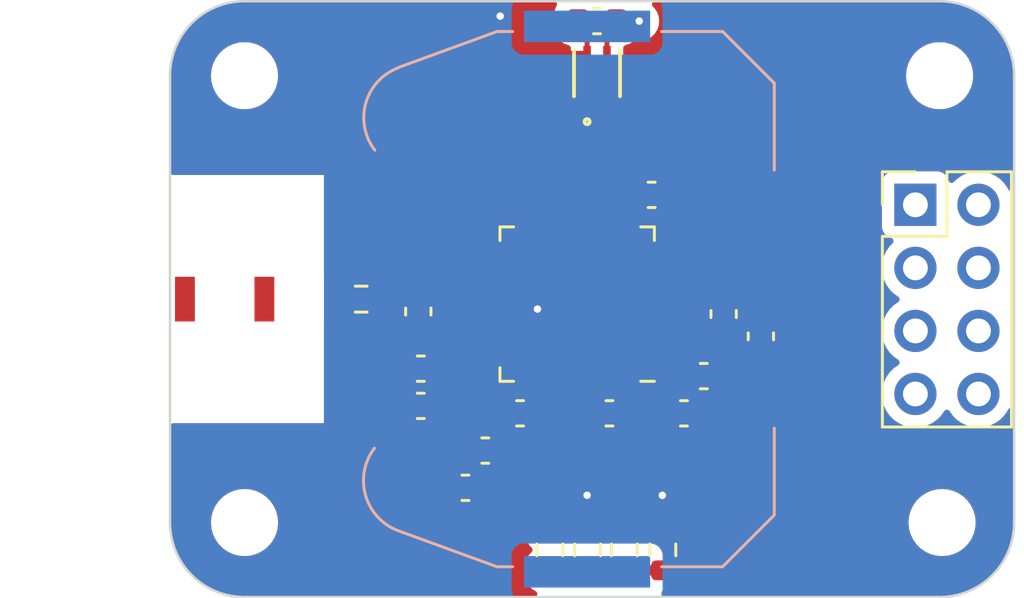
<source format=kicad_pcb>
(kicad_pcb (version 20221018) (generator pcbnew)
  (layers (0 "F.Cu" signal) (31 "B.Cu" signal) (34 "B.Paste" user) (35 "F.Paste" user) (36 "B.SilkS" user "B.Silkscreen") (37 "F.SilkS" user "F.Silkscreen") (38 "B.Mask" user) (39 "F.Mask" user) (44 "Edge.Cuts" user))
  (net 0 "")
  (net 1 "/RF")
  (net 2 "+3V3")
  (net 3 "GND")
  (net 4 "/XL1")
  (net 5 "/XL2")
  (net 6 "/DEC1")
  (net 7 "/DEC4")
  (net 8 "/DEC3")
  (net 9 "/DEC2")
  (net 10 "/XC1")
  (net 11 "/XC2")
  (net 12 "/ANT")
  (net 13 "/LED_RES1")
  (net 14 "/LED_RES2")
  (net 23 "/STATUS_LED1")
  (net 24 "/STATUS_LED2")
  (net 42 "/RESET")
  (net 43 "/SWDCLK")
  (net 44 "/SWDIO")
  (net 55 "/SDA")
  (net 56 "/SCL")
  (footprint "Capacitor_SMD:C_0603_1608Metric" (layer "F.Cu") (at 146.1 70.8 180)
    (fp_text reference "C9" hide)
    (fp_text value "N.C." hide)
    (fp_line (start -0.14058 -0.51) (end 0.14058 -0.51) (stroke (width 0.12)) (layer "F.SilkS"))
    (fp_line (start -0.14058 0.51) (end 0.14058 0.51) (stroke (width 0.12)) (layer "F.SilkS"))
    (pad "1" smd roundrect (at -0.775 0 180) (size 0.9 0.95) (layers "F.Cu" "F.Paste" "F.Mask") (net 9 "/DEC2"))
    (pad "2" smd roundrect (at 0.775 0 180) (size 0.9 0.95) (layers "F.Cu" "F.Paste" "F.Mask") (net 3 "GND"))
  )
  (footprint "Capacitor_SMD:C_0603_1608Metric" (layer "F.Cu") (at 157.5 71.1 180)
    (fp_text reference "C3" hide)
    (fp_text value "100n" hide)
    (fp_line (start -0.14058 -0.51) (end 0.14058 -0.51) (stroke (width 0.12)) (layer "F.SilkS"))
    (fp_line (start -0.14058 0.51) (end 0.14058 0.51) (stroke (width 0.12)) (layer "F.SilkS"))
    (pad "1" smd roundrect (at -0.775 0 180) (size 0.9 0.95) (layers "F.Cu" "F.Paste" "F.Mask") (net 3 "GND"))
    (pad "2" smd roundrect (at 0.775 0 180) (size 0.9 0.95) (layers "F.Cu" "F.Paste" "F.Mask") (net 6 "/DEC1"))
  )
  (footprint "MountingHole:MountingHole_2.2mm_M2" (layer "F.Cu") (at 167.1 77)
    (fp_text reference "H4" hide)
    (fp_text value "MountingHole" hide)
    (pad "" np_thru_hole circle locked (at 0 0) (size 2.2 2.2) (drill 2.2) (layers "*.Cu" "*.Mask"))
  )
  (footprint "MountingHole:MountingHole_2.2mm_M2" (layer "F.Cu") (at 139 77)
    (fp_text reference "H1" hide)
    (fp_text value "MountingHole" hide)
    (pad "" np_thru_hole circle locked (at 0 0) (size 2.2 2.2) (drill 2.2) (layers "*.Cu" "*.Mask"))
  )
  (footprint "Connector_PinHeader_2.54mm:PinHeader_2x04_P2.54mm_Vertical" (layer "F.Cu") (at 166.025 64.2)
    (fp_text reference "J1" hide)
    (fp_text value "Conn_02x04_Counter_Clockwise" hide)
    (fp_line (start -1.33 -1.33) (end 0 -1.33) (stroke (width 0.12)) (layer "F.SilkS"))
    (fp_line (start -1.33 0) (end -1.33 -1.33) (stroke (width 0.12)) (layer "F.SilkS"))
    (fp_line (start -1.33 1.27) (end -1.33 8.95) (stroke (width 0.12)) (layer "F.SilkS"))
    (fp_line (start -1.33 1.27) (end 1.27 1.27) (stroke (width 0.12)) (layer "F.SilkS"))
    (fp_line (start -1.33 8.95) (end 3.87 8.95) (stroke (width 0.12)) (layer "F.SilkS"))
    (fp_line (start 1.27 -1.33) (end 3.87 -1.33) (stroke (width 0.12)) (layer "F.SilkS"))
    (fp_line (start 1.27 1.27) (end 1.27 -1.33) (stroke (width 0.12)) (layer "F.SilkS"))
    (fp_line (start 3.87 -1.33) (end 3.87 8.95) (stroke (width 0.12)) (layer "F.SilkS"))
    (pad "1" thru_hole rect (at 0 0) (size 1.7 1.7) (drill 1) (layers "*.Cu" "*.Mask"))
    (pad "2" thru_hole oval (at 2.54 0) (size 1.7 1.7) (drill 1) (layers "*.Cu" "*.Mask"))
    (pad "3" thru_hole oval (at 0 2.54) (size 1.7 1.7) (drill 1) (layers "*.Cu" "*.Mask"))
    (pad "4" thru_hole oval (at 2.54 2.54) (size 1.7 1.7) (drill 1) (layers "*.Cu" "*.Mask"))
    (pad "5" thru_hole oval (at 0 5.08) (size 1.7 1.7) (drill 1) (layers "*.Cu" "*.Mask"))
    (pad "6" thru_hole oval (at 2.54 5.08) (size 1.7 1.7) (drill 1) (layers "*.Cu" "*.Mask"))
    (pad "7" thru_hole oval (at 0 7.62) (size 1.7 1.7) (drill 1) (layers "*.Cu" "*.Mask"))
    (pad "8" thru_hole oval (at 2.54 7.62) (size 1.7 1.7) (drill 1) (layers "*.Cu" "*.Mask"))
  )
  (footprint "encyclopedia_galactica:ECS-.327-12.5-12R-TR" (layer "F.Cu") (at 161.4 69.7 -90)
    (fp_text reference "Y1" hide)
    (fp_text value " ECS-.327-12.5-12R-TR " hide)
    (pad "1" smd rect (at -0.7 0 270) (size 0.6 1.1) (layers "F.Cu" "F.Paste" "F.Mask") (net 5 "/XL2"))
    (pad "2" smd rect (at 0.7 0 270) (size 0.6 1.1) (layers "F.Cu" "F.Paste" "F.Mask") (net 4 "/XL1"))
  )
  (footprint "encyclopedia_galactica:2108838-1" (layer "F.Cu") (at 135.7 68)
    (fp_text reference "2108838-1" hide)
    (fp_text value "~" hide)
    (pad "1" smd rect (at 4.1 0) (size 0.8 1.8) (layers "F.Cu" "F.Paste" "F.Mask") (net 1 "/RF"))
    (pad "2" smd rect (at 0.9 0) (size 0.8 1.8) (layers "F.Cu" "F.Paste" "F.Mask"))
    (zone (net 0) (net_name "") (layers "*.Cu") (connect_pads (clearance 0)) (min_thickness 0.25)
      (keepout (tracks allowed) (vias not_allowed) (pads allowed) (copperpour not_allowed) (footprints not_allowed))
      (fill (thermal_gap 0.5) (thermal_bridge_width 0.5))
      (polygon (pts (xy 129.2 63) (xy 129.2 73) (xy 142.2 73) (xy 142.2 63)))
    )
  )
  (footprint "MountingHole:MountingHole_2.2mm_M2" (layer "F.Cu") (at 139 59)
    (fp_text reference "H2" hide)
    (fp_text value "MountingHole" hide)
    (pad "" np_thru_hole circle locked (at 0 0) (size 2.2 2.2) (drill 2.2) (layers "*.Cu" "*.Mask"))
  )
  (footprint "Resistor_SMD:R_0603_1608Metric" (layer "F.Cu") (at 151.3 78.1 -90)
    (fp_text reference "R2" hide)
    (fp_text value "R" hide)
    (fp_line (start -0.237258 -0.5225) (end 0.237258 -0.5225) (stroke (width 0.12)) (layer "F.SilkS"))
    (fp_line (start -0.237258 0.5225) (end 0.237258 0.5225) (stroke (width 0.12)) (layer "F.SilkS"))
    (pad "1" smd roundrect (at -0.825 0 270) (size 0.8 0.95) (layers "F.Cu" "F.Paste" "F.Mask") (net 24 "/STATUS_LED2"))
    (pad "2" smd roundrect (at 0.825 0 270) (size 0.8 0.95) (layers "F.Cu" "F.Paste" "F.Mask") (net 14 "/LED_RES2"))
  )
  (footprint "Resistor_SMD:R_0603_1608Metric" (layer "F.Cu") (at 155.85 78.1 -90)
    (fp_text reference "D1" hide)
    (fp_text value "LED" hide)
    (fp_line (start -0.237258 -0.5225) (end 0.237258 -0.5225) (stroke (width 0.12)) (layer "F.SilkS"))
    (fp_line (start -0.237258 0.5225) (end 0.237258 0.5225) (stroke (width 0.12)) (layer "F.SilkS"))
    (pad "1" smd roundrect (at -0.825 0 270) (size 0.8 0.95) (layers "F.Cu" "F.Paste" "F.Mask") (net 3 "GND"))
    (pad "2" smd roundrect (at 0.825 0 270) (size 0.8 0.95) (layers "F.Cu" "F.Paste" "F.Mask") (net 13 "/LED_RES1"))
  )
  (footprint "Package_DFN_QFN:QFN-48-1EP_6x6mm_P0.4mm_EP4.6x4.6mm" (layer "F.Cu") (at 152.4 68.2 180)
    (fp_text reference "U1" hide)
    (fp_text value "NRF52810-QFAA-R7" hide)
    (fp_line (start -3.11 3.11) (end -3.11 2.56) (stroke (width 0.12)) (layer "F.SilkS"))
    (fp_line (start -2.56 -3.11) (end -3.11 -3.11) (stroke (width 0.12)) (layer "F.SilkS"))
    (fp_line (start -2.56 3.11) (end -3.11 3.11) (stroke (width 0.12)) (layer "F.SilkS"))
    (fp_line (start 2.56 -3.11) (end 3.11 -3.11) (stroke (width 0.12)) (layer "F.SilkS"))
    (fp_line (start 2.56 3.11) (end 3.11 3.11) (stroke (width 0.12)) (layer "F.SilkS"))
    (fp_line (start 3.11 -3.11) (end 3.11 -2.56) (stroke (width 0.12)) (layer "F.SilkS"))
    (fp_line (start 3.11 3.11) (end 3.11 2.56) (stroke (width 0.12)) (layer "F.SilkS"))
    (pad "1" smd roundrect (at -2.95 -2.2 180) (size 0.8 0.2) (layers "F.Cu" "F.Paste" "F.Mask") (net 6 "/DEC1"))
    (pad "2" smd roundrect (at -2.95 -1.8 180) (size 0.8 0.2) (layers "F.Cu" "F.Paste" "F.Mask") (net 4 "/XL1"))
    (pad "3" smd roundrect (at -2.95 -1.4 180) (size 0.8 0.2) (layers "F.Cu" "F.Paste" "F.Mask") (net 5 "/XL2"))
    (pad "4" smd roundrect (at -2.95 -1 180) (size 0.8 0.2) (layers "F.Cu" "F.Paste" "F.Mask"))
    (pad "5" smd roundrect (at -2.95 -0.6 180) (size 0.8 0.2) (layers "F.Cu" "F.Paste" "F.Mask"))
    (pad "6" smd roundrect (at -2.95 -0.2 180) (size 0.8 0.2) (layers "F.Cu" "F.Paste" "F.Mask"))
    (pad "7" smd roundrect (at -2.95 0.2 180) (size 0.8 0.2) (layers "F.Cu" "F.Paste" "F.Mask"))
    (pad "8" smd roundrect (at -2.95 0.6 180) (size 0.8 0.2) (layers "F.Cu" "F.Paste" "F.Mask"))
    (pad "9" smd roundrect (at -2.95 1 180) (size 0.8 0.2) (layers "F.Cu" "F.Paste" "F.Mask"))
    (pad "10" smd roundrect (at -2.95 1.4 180) (size 0.8 0.2) (layers "F.Cu" "F.Paste" "F.Mask"))
    (pad "11" smd roundrect (at -2.95 1.8 180) (size 0.8 0.2) (layers "F.Cu" "F.Paste" "F.Mask"))
    (pad "12" smd roundrect (at -2.95 2.2 180) (size 0.8 0.2) (layers "F.Cu" "F.Paste" "F.Mask"))
    (pad "13" smd roundrect (at -2.2 2.95 180) (size 0.2 0.8) (layers "F.Cu" "F.Paste" "F.Mask") (net 2 "+3V3"))
    (pad "14" smd roundrect (at -1.8 2.95 180) (size 0.2 0.8) (layers "F.Cu" "F.Paste" "F.Mask"))
    (pad "15" smd roundrect (at -1.4 2.95 180) (size 0.2 0.8) (layers "F.Cu" "F.Paste" "F.Mask"))
    (pad "16" smd roundrect (at -1 2.95 180) (size 0.2 0.8) (layers "F.Cu" "F.Paste" "F.Mask") (net 56 "/SCL"))
    (pad "17" smd roundrect (at -0.6 2.95 180) (size 0.2 0.8) (layers "F.Cu" "F.Paste" "F.Mask") (net 55 "/SDA"))
    (pad "18" smd roundrect (at -0.2 2.95 180) (size 0.2 0.8) (layers "F.Cu" "F.Paste" "F.Mask"))
    (pad "19" smd roundrect (at 0.2 2.95 180) (size 0.2 0.8) (layers "F.Cu" "F.Paste" "F.Mask"))
    (pad "20" smd roundrect (at 0.6 2.95 180) (size 0.2 0.8) (layers "F.Cu" "F.Paste" "F.Mask"))
    (pad "21" smd roundrect (at 1 2.95 180) (size 0.2 0.8) (layers "F.Cu" "F.Paste" "F.Mask"))
    (pad "22" smd roundrect (at 1.4 2.95 180) (size 0.2 0.8) (layers "F.Cu" "F.Paste" "F.Mask"))
    (pad "23" smd roundrect (at 1.8 2.95 180) (size 0.2 0.8) (layers "F.Cu" "F.Paste" "F.Mask"))
    (pad "24" smd roundrect (at 2.2 2.95 180) (size 0.2 0.8) (layers "F.Cu" "F.Paste" "F.Mask") (net 42 "/RESET"))
    (pad "25" smd roundrect (at 2.95 2.2 180) (size 0.8 0.2) (layers "F.Cu" "F.Paste" "F.Mask") (net 43 "/SWDCLK"))
    (pad "26" smd roundrect (at 2.95 1.8 180) (size 0.8 0.2) (layers "F.Cu" "F.Paste" "F.Mask") (net 44 "/SWDIO"))
    (pad "27" smd roundrect (at 2.95 1.4 180) (size 0.8 0.2) (layers "F.Cu" "F.Paste" "F.Mask"))
    (pad "28" smd roundrect (at 2.95 1 180) (size 0.8 0.2) (layers "F.Cu" "F.Paste" "F.Mask"))
    (pad "29" smd roundrect (at 2.95 0.6 180) (size 0.8 0.2) (layers "F.Cu" "F.Paste" "F.Mask"))
    (pad "30" smd roundrect (at 2.95 0.2 180) (size 0.8 0.2) (layers "F.Cu" "F.Paste" "F.Mask") (net 12 "/ANT"))
    (pad "31" smd roundrect (at 2.95 -0.2 180) (size 0.8 0.2) (layers "F.Cu" "F.Paste" "F.Mask") (net 3 "GND"))
    (pad "32" smd roundrect (at 2.95 -0.6 180) (size 0.8 0.2) (layers "F.Cu" "F.Paste" "F.Mask") (net 9 "/DEC2"))
    (pad "33" smd roundrect (at 2.95 -1 180) (size 0.8 0.2) (layers "F.Cu" "F.Paste" "F.Mask") (net 8 "/DEC3"))
    (pad "34" smd roundrect (at 2.95 -1.4 180) (size 0.8 0.2) (layers "F.Cu" "F.Paste" "F.Mask") (net 11 "/XC2"))
    (pad "35" smd roundrect (at 2.95 -1.8 180) (size 0.8 0.2) (layers "F.Cu" "F.Paste" "F.Mask") (net 10 "/XC1"))
    (pad "36" smd roundrect (at 2.95 -2.2 180) (size 0.8 0.2) (layers "F.Cu" "F.Paste" "F.Mask") (net 2 "+3V3"))
    (pad "37" smd roundrect (at 2.2 -2.95 180) (size 0.2 0.8) (layers "F.Cu" "F.Paste" "F.Mask"))
    (pad "38" smd roundrect (at 1.8 -2.95 180) (size 0.2 0.8) (layers "F.Cu" "F.Paste" "F.Mask"))
    (pad "39" smd roundrect (at 1.4 -2.95 180) (size 0.2 0.8) (layers "F.Cu" "F.Paste" "F.Mask"))
    (pad "40" smd roundrect (at 1 -2.95 180) (size 0.2 0.8) (layers "F.Cu" "F.Paste" "F.Mask"))
    (pad "41" smd roundrect (at 0.6 -2.95 180) (size 0.2 0.8) (layers "F.Cu" "F.Paste" "F.Mask") (net 24 "/STATUS_LED2"))
    (pad "42" smd roundrect (at 0.2 -2.95 180) (size 0.2 0.8) (layers "F.Cu" "F.Paste" "F.Mask") (net 23 "/STATUS_LED1"))
    (pad "43" smd roundrect (at -0.2 -2.95 180) (size 0.2 0.8) (layers "F.Cu" "F.Paste" "F.Mask"))
    (pad "44" smd roundrect (at -0.6 -2.95 180) (size 0.2 0.8) (layers "F.Cu" "F.Paste" "F.Mask"))
    (pad "45" smd roundrect (at -1 -2.95 180) (size 0.2 0.8) (layers "F.Cu" "F.Paste" "F.Mask") (net 3 "GND"))
    (pad "46" smd roundrect (at -1.4 -2.95 180) (size 0.2 0.8) (layers "F.Cu" "F.Paste" "F.Mask") (net 7 "/DEC4"))
    (pad "47" smd roundrect (at -1.8 -2.95 180) (size 0.2 0.8) (layers "F.Cu" "F.Paste" "F.Mask"))
    (pad "48" smd roundrect (at -2.2 -2.95 180) (size 0.2 0.8) (layers "F.Cu" "F.Paste" "F.Mask") (net 2 "+3V3"))
    (pad "49" smd rect (at 0 0 180) (size 4.6 4.6) (layers "F.Cu" "F.Mask") (net 3 "GND"))
  )
  (footprint "Capacitor_SMD:C_0603_1608Metric" (layer "F.Cu") (at 146.1 72.3 180)
    (fp_text reference "C8" hide)
    (fp_text value "100pF" hide)
    (fp_line (start -0.14058 -0.51) (end 0.14058 -0.51) (stroke (width 0.12)) (layer "F.SilkS"))
    (fp_line (start -0.14058 0.51) (end 0.14058 0.51) (stroke (width 0.12)) (layer "F.SilkS"))
    (pad "1" smd roundrect (at -0.775 0 180) (size 0.9 0.95) (layers "F.Cu" "F.Paste" "F.Mask") (net 8 "/DEC3"))
    (pad "2" smd roundrect (at 0.775 0 180) (size 0.9 0.95) (layers "F.Cu" "F.Paste" "F.Mask") (net 3 "GND"))
  )
  (footprint "Capacitor_SMD:C_0603_1608Metric" (layer "F.Cu") (at 156.7 72.6 180)
    (fp_text reference "C5" hide)
    (fp_text value "4u7" hide)
    (fp_line (start -0.14058 -0.51) (end 0.14058 -0.51) (stroke (width 0.12)) (layer "F.SilkS"))
    (fp_line (start -0.14058 0.51) (end 0.14058 0.51) (stroke (width 0.12)) (layer "F.SilkS"))
    (pad "1" smd roundrect (at -0.775 0 180) (size 0.9 0.95) (layers "F.Cu" "F.Paste" "F.Mask") (net 3 "GND"))
    (pad "2" smd roundrect (at 0.775 0 180) (size 0.9 0.95) (layers "F.Cu" "F.Paste" "F.Mask") (net 2 "+3V3"))
  )
  (footprint "Capacitor_SMD:C_0603_1608Metric" (layer "F.Cu") (at 148.7 74.1)
    (fp_text reference "C11" hide)
    (fp_text value "12pF" hide)
    (fp_line (start -0.14058 -0.51) (end 0.14058 -0.51) (stroke (width 0.12)) (layer "F.SilkS"))
    (fp_line (start -0.14058 0.51) (end 0.14058 0.51) (stroke (width 0.12)) (layer "F.SilkS"))
    (pad "1" smd roundrect (at -0.775 0) (size 0.9 0.95) (layers "F.Cu" "F.Paste" "F.Mask") (net 11 "/XC2"))
    (pad "2" smd roundrect (at 0.775 0) (size 0.9 0.95) (layers "F.Cu" "F.Paste" "F.Mask") (net 3 "GND"))
  )
  (footprint "Resistor_SMD:R_0603_1608Metric" (layer "F.Cu") (at 154.3 78.1 -90)
    (fp_text reference "R1" hide)
    (fp_text value "R" hide)
    (fp_line (start -0.237258 -0.5225) (end 0.237258 -0.5225) (stroke (width 0.12)) (layer "F.SilkS"))
    (fp_line (start -0.237258 0.5225) (end 0.237258 0.5225) (stroke (width 0.12)) (layer "F.SilkS"))
    (pad "1" smd roundrect (at -0.825 0 270) (size 0.8 0.95) (layers "F.Cu" "F.Paste" "F.Mask") (net 23 "/STATUS_LED1"))
    (pad "2" smd roundrect (at 0.825 0 270) (size 0.8 0.95) (layers "F.Cu" "F.Paste" "F.Mask") (net 13 "/LED_RES1"))
  )
  (footprint "MountingHole:MountingHole_2.2mm_M2" (layer "F.Cu") (at 167 59)
    (fp_text reference "H3" hide)
    (fp_text value "MountingHole" hide)
    (pad "" np_thru_hole circle locked (at 0 0) (size 2.2 2.2) (drill 2.2) (layers "*.Cu" "*.Mask"))
  )
  (footprint "Resistor_SMD:R_0603_1608Metric" (layer "F.Cu") (at 143.7 68 180)
    (fp_text reference "L1" hide)
    (fp_text value "3.9nH" hide)
    (fp_line (start -0.237258 -0.5225) (end 0.237258 -0.5225) (stroke (width 0.12)) (layer "F.SilkS"))
    (fp_line (start -0.237258 0.5225) (end 0.237258 0.5225) (stroke (width 0.12)) (layer "F.SilkS"))
    (pad "1" smd roundrect (at -0.825 0 180) (size 0.8 0.95) (layers "F.Cu" "F.Paste" "F.Mask") (net 12 "/ANT"))
    (pad "2" smd roundrect (at 0.825 0 180) (size 0.8 0.95) (layers "F.Cu" "F.Paste" "F.Mask") (net 1 "/RF"))
  )
  (footprint "Capacitor_SMD:C_0603_1608Metric" (layer "F.Cu") (at 150.1 72.6 180)
    (fp_text reference "C7" hide)
    (fp_text value "100n" hide)
    (fp_line (start -0.14058 -0.51) (end 0.14058 -0.51) (stroke (width 0.12)) (layer "F.SilkS"))
    (fp_line (start -0.14058 0.51) (end 0.14058 0.51) (stroke (width 0.12)) (layer "F.SilkS"))
    (pad "1" smd roundrect (at -0.775 0 180) (size 0.9 0.95) (layers "F.Cu" "F.Paste" "F.Mask") (net 3 "GND"))
    (pad "2" smd roundrect (at 0.775 0 180) (size 0.9 0.95) (layers "F.Cu" "F.Paste" "F.Mask") (net 2 "+3V3"))
  )
  (footprint "Capacitor_SMD:C_0603_1608Metric" (layer "F.Cu") (at 153.2 56.8 180)
    (fp_text reference "C13" hide)
    (fp_text value "100n" hide)
    (fp_line (start -0.14058 -0.51) (end 0.14058 -0.51) (stroke (width 0.12)) (layer "F.SilkS"))
    (fp_line (start -0.14058 0.51) (end 0.14058 0.51) (stroke (width 0.12)) (layer "F.SilkS"))
    (pad "1" smd roundrect (at -0.775 0 180) (size 0.9 0.95) (layers "F.Cu" "F.Paste" "F.Mask") (net 2 "+3V3"))
    (pad "2" smd roundrect (at 0.775 0 180) (size 0.9 0.95) (layers "F.Cu" "F.Paste" "F.Mask") (net 3 "GND"))
  )
  (footprint "Capacitor_SMD:C_0603_1608Metric" (layer "F.Cu") (at 158.3 68.6 90)
    (fp_text reference "C2" hide)
    (fp_text value "12pF" hide)
    (fp_line (start -0.14058 -0.51) (end 0.14058 -0.51) (stroke (width 0.12)) (layer "F.SilkS"))
    (fp_line (start -0.14058 0.51) (end 0.14058 0.51) (stroke (width 0.12)) (layer "F.SilkS"))
    (pad "1" smd roundrect (at -0.775 0 90) (size 0.9 0.95) (layers "F.Cu" "F.Paste" "F.Mask") (net 5 "/XL2"))
    (pad "2" smd roundrect (at 0.775 0 90) (size 0.9 0.95) (layers "F.Cu" "F.Paste" "F.Mask") (net 3 "GND"))
  )
  (footprint "Capacitor_SMD:C_0603_1608Metric" (layer "F.Cu") (at 155.4 63.8 180)
    (fp_text reference "C4" hide)
    (fp_text value "100n" hide)
    (fp_line (start -0.14058 -0.51) (end 0.14058 -0.51) (stroke (width 0.12)) (layer "F.SilkS"))
    (fp_line (start -0.14058 0.51) (end 0.14058 0.51) (stroke (width 0.12)) (layer "F.SilkS"))
    (pad "1" smd roundrect (at -0.775 0 180) (size 0.9 0.95) (layers "F.Cu" "F.Paste" "F.Mask") (net 3 "GND"))
    (pad "2" smd roundrect (at 0.775 0 180) (size 0.9 0.95) (layers "F.Cu" "F.Paste" "F.Mask") (net 2 "+3V3"))
  )
  (footprint "encyclopedia_galactica:DFN4_SHT41_SEN" (layer "F.Cu") (at 153.2 58.9 90)
    (fp_text reference "U2" hide)
    (fp_text value "SHT41-AD1B-R2" hide)
    (fp_line (start -0.9271 0.9271) (end 0.9271 0.9271) (stroke (width 0.1524)) (layer "F.SilkS"))
    (fp_line (start 0.9271 -0.9271) (end -0.9271 -0.9271) (stroke (width 0.1524)) (layer "F.SilkS"))
    (fp_circle (center -1.950999 -0.40005) (end -1.849399 -0.40005) (stroke (width 0.1524)) (fill none) (layer "F.SilkS"))
    (pad "1" smd rect (at -0.7469 -0.40005 90) (size 0.706399 0.3056) (layers "F.Cu" "F.Paste" "F.Mask") (net 55 "/SDA"))
    (pad "2" smd rect (at -0.7469 0.40005 90) (size 0.706399 0.3056) (layers "F.Cu" "F.Paste" "F.Mask") (net 56 "/SCL"))
    (pad "3" smd rect (at 0.7469 0.40005 90) (size 0.706399 0.3056) (layers "F.Cu" "F.Paste" "F.Mask") (net 2 "+3V3"))
    (pad "4" smd rect (at 0.7469 -0.40005 90) (size 0.706399 0.3056) (layers "F.Cu" "F.Paste" "F.Mask") (net 3 "GND"))
  )
  (footprint "Capacitor_SMD:C_0603_1608Metric" (layer "F.Cu") (at 159.8 69.5 90)
    (fp_text reference "C1" hide)
    (fp_text value "12pF" hide)
    (fp_line (start -0.14058 -0.51) (end 0.14058 -0.51) (stroke (width 0.12)) (layer "F.SilkS"))
    (fp_line (start -0.14058 0.51) (end 0.14058 0.51) (stroke (width 0.12)) (layer "F.SilkS"))
    (pad "1" smd roundrect (at -0.775 0 90) (size 0.9 0.95) (layers "F.Cu" "F.Paste" "F.Mask") (net 4 "/XL1"))
    (pad "2" smd roundrect (at 0.775 0 90) (size 0.9 0.95) (layers "F.Cu" "F.Paste" "F.Mask") (net 3 "GND"))
  )
  (footprint "encyclopedia_galactica:ABM11W-30.0000MHZ-7-D1X-T3" (layer "F.Cu") (at 147.8625 77.5)
    (fp_text reference "Y2" hide)
    (fp_text value "ABM11W-32.0000MHZ-7-D1X-T3 " hide)
    (pad "1" smd rect (at -0.637 -0.487 90) (size 0.775 0.875) (layers "F.Cu" "F.Paste" "F.Mask") (net 3 "GND"))
    (pad "2" smd rect (at 0.637 -0.487 90) (size 0.775 0.875) (layers "F.Cu" "F.Paste" "F.Mask") (net 10 "/XC1"))
    (pad "3" smd rect (at -0.637 0.487 90) (size 0.775 0.875) (layers "F.Cu" "F.Paste" "F.Mask") (net 11 "/XC2"))
    (pad "4" smd rect (at 0.637 0.487 90) (size 0.775 0.875) (layers "F.Cu" "F.Paste" "F.Mask") (net 3 "GND"))
  )
  (footprint "Capacitor_SMD:C_0603_1608Metric" (layer "F.Cu") (at 146 68.5 90)
    (fp_text reference "C12" hide)
    (fp_text value "0.8pF" hide)
    (fp_line (start -0.14058 -0.51) (end 0.14058 -0.51) (stroke (width 0.12)) (layer "F.SilkS"))
    (fp_line (start -0.14058 0.51) (end 0.14058 0.51) (stroke (width 0.12)) (layer "F.SilkS"))
    (pad "1" smd roundrect (at -0.775 0 90) (size 0.9 0.95) (layers "F.Cu" "F.Paste" "F.Mask") (net 3 "GND"))
    (pad "2" smd roundrect (at 0.775 0 90) (size 0.9 0.95) (layers "F.Cu" "F.Paste" "F.Mask") (net 12 "/ANT"))
  )
  (footprint "Capacitor_SMD:C_0603_1608Metric" (layer "F.Cu") (at 153.7 72.6 180)
    (fp_text reference "C6" hide)
    (fp_text value "1u" hide)
    (fp_line (start -0.14058 -0.51) (end 0.14058 -0.51) (stroke (width 0.12)) (layer "F.SilkS"))
    (fp_line (start -0.14058 0.51) (end 0.14058 0.51) (stroke (width 0.12)) (layer "F.SilkS"))
    (pad "1" smd roundrect (at -0.775 0 180) (size 0.9 0.95) (layers "F.Cu" "F.Paste" "F.Mask") (net 7 "/DEC4"))
    (pad "2" smd roundrect (at 0.775 0 180) (size 0.9 0.95) (layers "F.Cu" "F.Paste" "F.Mask") (net 3 "GND"))
  )
  (footprint "Resistor_SMD:R_0603_1608Metric" (layer "F.Cu") (at 152.82 78.1 -90)
    (fp_text reference "D2" hide)
    (fp_text value "LED" hide)
    (fp_line (start -0.237258 -0.5225) (end 0.237258 -0.5225) (stroke (width 0.12)) (layer "F.SilkS"))
    (fp_line (start -0.237258 0.5225) (end 0.237258 0.5225) (stroke (width 0.12)) (layer "F.SilkS"))
    (pad "1" smd roundrect (at -0.825 0 270) (size 0.8 0.95) (layers "F.Cu" "F.Paste" "F.Mask") (net 3 "GND"))
    (pad "2" smd roundrect (at 0.825 0 270) (size 0.8 0.95) (layers "F.Cu" "F.Paste" "F.Mask") (net 14 "/LED_RES2"))
  )
  (footprint "Capacitor_SMD:C_0603_1608Metric" (layer "F.Cu") (at 147.9 75.6 180)
    (fp_text reference "C10" hide)
    (fp_text value "12pF" hide)
    (fp_line (start -0.14058 -0.51) (end 0.14058 -0.51) (stroke (width 0.12)) (layer "F.SilkS"))
    (fp_line (start -0.14058 0.51) (end 0.14058 0.51) (stroke (width 0.12)) (layer "F.SilkS"))
    (pad "1" smd roundrect (at -0.775 0 180) (size 0.9 0.95) (layers "F.Cu" "F.Paste" "F.Mask") (net 10 "/XC1"))
    (pad "2" smd roundrect (at 0.775 0 180) (size 0.9 0.95) (layers "F.Cu" "F.Paste" "F.Mask") (net 3 "GND"))
  )
  (footprint "Battery:BatteryHolder_Keystone_3034_1x20mm" (layer "B.Cu") (at 152.8 68 90)
    (fp_text reference "BT1" hide)
    (fp_text value "Battery_Cell" hide)
    (fp_line (start -10.78 -3.63) (end -9.34 -7.58) (stroke (width 0.12)) (layer "B.SilkS"))
    (fp_line (start -10.78 -3) (end -10.78 -3.63) (stroke (width 0.12)) (layer "B.SilkS"))
    (fp_line (start -10.78 5.46) (end -10.78 3) (stroke (width 0.12)) (layer "B.SilkS"))
    (fp_line (start -8.7 7.54) (end -10.78 5.46) (stroke (width 0.12)) (layer "B.SilkS"))
    (fp_line (start -5.2 7.54) (end -8.7 7.54) (stroke (width 0.12)) (layer "B.SilkS"))
    (fp_line (start 8.7 7.54) (end 5.2 7.54) (stroke (width 0.12)) (layer "B.SilkS"))
    (fp_line (start 8.7 7.54) (end 10.78 5.46) (stroke (width 0.12)) (layer "B.SilkS"))
    (fp_line (start 10.78 -3.63) (end 9.34 -7.58) (stroke (width 0.12)) (layer "B.SilkS"))
    (fp_line (start 10.78 -3) (end 10.78 -3.63) (stroke (width 0.12)) (layer "B.SilkS"))
    (fp_line (start 10.78 5.46) (end 10.78 3) (stroke (width 0.12)) (layer "B.SilkS"))
    (fp_arc (start -9.34 -7.58) (mid -7.921654 -8.918738) (end -6.003354 -8.56653) (stroke (width 0.12)) (layer "B.SilkS"))
    (fp_arc (start 6 -8.55) (mid 7.90634 -8.911669) (end 9.325243 -7.588169) (stroke (width 0.12)) (layer "B.SilkS"))
    (pad "1" smd rect (at -10.985 0 90) (size 1.27 5.08) (layers "B.Cu" "B.Paste" "B.Mask") (net 2 "+3V3"))
    (pad "1" smd rect (at 10.985 0 90) (size 1.27 5.08) (layers "B.Cu" "B.Paste" "B.Mask") (net 2 "+3V3"))
    (pad "2" smd circle (at 0 0 90) (size 17.8 17.8) (layers "B.Cu" "B.Mask") (net 3 "GND"))
  )
  (gr_line locked (start 167 80) (end 139 80) (stroke (width 0.1)) (layer "Edge.Cuts"))
  (gr_line locked (start 170 59) (end 170 77) (stroke (width 0.1)) (layer "Edge.Cuts"))
  (gr_arc locked (start 138.999999 80.000001) (mid 136.878679 79.121321) (end 135.999999 77.000001) (stroke (width 0.1)) (layer "Edge.Cuts"))
  (gr_arc locked (start 167 56) (mid 169.12132 56.87868) (end 170 59) (stroke (width 0.1)) (layer "Edge.Cuts"))
  (gr_arc locked (start 135.999999 58.999999) (mid 136.878679 56.878679) (end 138.999999 55.999999) (stroke (width 0.1)) (layer "Edge.Cuts"))
  (gr_line locked (start 139 56) (end 167 56) (stroke (width 0.1)) (layer "Edge.Cuts"))
  (gr_arc locked (start 170.000001 77.000001) (mid 169.121321 79.121321) (end 167.000001 80.000001) (stroke (width 0.1)) (layer "Edge.Cuts"))
  (gr_line locked (start 136 77) (end 136 59) (stroke (width 0.1)) (layer "Edge.Cuts"))
  (segment (start 149.325 72.6) (end 149.325 70.525) (width 0.4) (layer "F.Cu") (net 2))
  (segment (start 154.625 63.8) (end 154.627 63.802) (width 0.4) (layer "F.Cu") (net 2))
  (segment (start 149.423 70.427) (end 149.45 70.427) (width 0.4) (layer "F.Cu") (net 2))
  (segment (start 154.627 71.123) (end 154.627 71.15) (width 0.4) (layer "F.Cu") (net 2))
  (segment (start 155.323 71.123) (end 154.627 71.123) (width 0.4) (layer "F.Cu") (net 2))
  (segment (start 153.975 56.8) (end 154.9 56.8) (width 0.2) (layer "F.Cu") (net 2))
  (segment (start 154.627 63.802) (end 154.627 65.25) (width 0.4) (layer "F.Cu") (net 2))
  (segment (start 155.925 71.725) (end 155.323 71.123) (width 0.4) (layer "F.Cu") (net 2))
  (segment (start 149.325 70.525) (end 149.423 70.427) (width 0.4) (layer "F.Cu") (net 2))
  (segment (start 155.925 72.6) (end 155.925 71.725) (width 0.4) (layer "F.Cu") (net 2))
  (segment (start 153.60005 58.1531) (end 153.60005 57.17495) (width 0.2) (layer "F.Cu") (net 2))
  (segment (start 153.60005 57.17495) (end 153.975 56.8) (width 0.2) (layer "F.Cu") (net 2))
  (via (at 154.9 56.8) (size 0.6) (drill 0.3) (layers "F.Cu" "B.Cu") (net 2))
  (segment (start 155.85 75.9225) (end 155.83 75.9025) (width 0.2) (layer "F.Cu") (net 3))
  (segment (start 149.5 56.8) (end 149.3 56.6) (width 0.2) (layer "F.Cu") (net 3))
  (segment (start 153.4 71.15) (end 153.4 72.125) (width 0.2) (layer "F.Cu") (net 3))
  (segment (start 149.45 68.4) (end 146.875 68.4) (width 0.25) (layer "F.Cu") (net 3))
  (segment (start 149.45 68.4) (end 150.8 68.4) (width 0.25) (layer "F.Cu") (net 3))
  (segment (start 152.79995 57.17495) (end 152.425 56.8) (width 0.2) (layer "F.Cu") (net 3))
  (segment (start 153.4 72.125) (end 152.925 72.6) (width 0.2) (layer "F.Cu") (net 3))
  (segment (start 152.82 77.275) (end 152.82 75.92) (width 0.2) (layer "F.Cu") (net 3))
  (segment (start 155.85 77.2775) (end 155.85 75.9225) (width 0.2) (layer "F.Cu") (net 3))
  (segment (start 152.82 75.92) (end 152.8 75.9) (width 0.2) (layer "F.Cu") (net 3))
  (segment (start 152.425 56.8) (end 149.5 56.8) (width 0.2) (layer "F.Cu") (net 3))
  (segment (start 152.79995 58.1531) (end 152.79995 57.17495) (width 0.2) (layer "F.Cu") (net 3))
  (segment (start 146.875 68.4) (end 146 69.275) (width 0.25) (layer "F.Cu") (net 3))
  (via (at 152.8 75.9) (size 0.6) (drill 0.3) (layers "F.Cu" "B.Cu") (net 3))
  (via (at 150.8 68.4) (size 0.6) (drill 0.3) (layers "F.Cu" "B.Cu") (net 3))
  (via (at 149.3 56.6) (size 0.6) (drill 0.3) (layers "F.Cu" "B.Cu") (net 3))
  (via (at 155.83 75.9025) (size 0.6) (drill 0.3) (layers "F.Cu" "B.Cu") (net 3))
  (segment (start 159.725 70.2) (end 159.8 70.275) (width 0.2) (layer "F.Cu") (net 4))
  (segment (start 160.075 70) (end 159.8 70.275) (width 0.2) (layer "F.Cu") (net 4))
  (segment (start 156.1 70) (end 156.3 70.2) (width 0.2) (layer "F.Cu") (net 4))
  (segment (start 161.4 70.4) (end 161 70) (width 0.2) (layer "F.Cu") (net 4))
  (segment (start 156.3 70.2) (end 159.725 70.2) (width 0.2) (layer "F.Cu") (net 4))
  (segment (start 161 70) (end 160.075 70) (width 0.2) (layer "F.Cu") (net 4))
  (segment (start 155.35 70) (end 156.1 70) (width 0.2) (layer "F.Cu") (net 4))
  (segment (start 158.327 69.402) (end 158.3 69.375) (width 0.2) (layer "F.Cu") (net 5))
  (segment (start 158.3 69.375) (end 158.275 69.4) (width 0.2) (layer "F.Cu") (net 5))
  (segment (start 160.998 69.402) (end 158.327 69.402) (width 0.2) (layer "F.Cu") (net 5))
  (segment (start 158.275 69.4) (end 156.3 69.4) (width 0.2) (layer "F.Cu") (net 5))
  (segment (start 156.3 69.4) (end 156.1 69.6) (width 0.2) (layer "F.Cu") (net 5))
  (segment (start 156.1 69.6) (end 155.35 69.6) (width 0.2) (layer "F.Cu") (net 5))
  (segment (start 161.4 69) (end 160.998 69.402) (width 0.2) (layer "F.Cu") (net 5))
  (segment (start 156.025 70.4) (end 156.725 71.1) (width 0.2) (layer "F.Cu") (net 6))
  (segment (start 155.35 70.4) (end 156.025 70.4) (width 0.2) (layer "F.Cu") (net 6))
  (segment (start 153.8 71.15) (end 153.8 72.1) (width 0.2) (layer "F.Cu") (net 7))
  (segment (start 154.3 72.6) (end 154.475 72.6) (width 0.2) (layer "F.Cu") (net 7))
  (segment (start 153.8 72.1) (end 154.3 72.6) (width 0.2) (layer "F.Cu") (net 7))
  (segment (start 146.875 72.3) (end 147.598 71.577) (width 0.2) (layer "F.Cu") (net 8))
  (segment (start 147.598 71.577) (end 147.598 70.535367) (width 0.2) (layer "F.Cu") (net 8))
  (segment (start 147.598 70.535367) (end 148.933367 69.2) (width 0.2) (layer "F.Cu") (net 8))
  (segment (start 148.933367 69.2) (end 149.45 69.2) (width 0.2) (layer "F.Cu") (net 8))
  (segment (start 146.875 70.795919) (end 148.870919 68.8) (width 0.2) (layer "F.Cu") (net 9))
  (segment (start 148.870919 68.8) (end 149.45 68.8) (width 0.2) (layer "F.Cu") (net 9))
  (segment (start 146.875 70.8) (end 146.875 70.795919) (width 0.2) (layer "F.Cu") (net 9))
  (segment (start 148.602 70.456263) (end 148.602 76.9105) (width 0.2) (layer "F.Cu") (net 10))
  (segment (start 148.602 76.9105) (end 148.4995 77.013) (width 0.2) (layer "F.Cu") (net 10))
  (segment (start 149.058263 70) (end 148.602 70.456263) (width 0.2) (layer "F.Cu") (net 10))
  (segment (start 149.45 70) (end 149.058263 70) (width 0.2) (layer "F.Cu") (net 10))
  (segment (start 147.925 70.670815) (end 147.925 74.1) (width 0.2) (layer "F.Cu") (net 11))
  (segment (start 147.86 74.165) (end 147.925 74.1) (width 0.2) (layer "F.Cu") (net 11))
  (segment (start 147.3765 77.987) (end 147.86 77.5035) (width 0.2) (layer "F.Cu") (net 11))
  (segment (start 148.995815 69.6) (end 147.925 70.670815) (width 0.2) (layer "F.Cu") (net 11))
  (segment (start 149.45 69.6) (end 148.995815 69.6) (width 0.2) (layer "F.Cu") (net 11))
  (segment (start 147.2255 77.987) (end 147.3765 77.987) (width 0.2) (layer "F.Cu") (net 11))
  (segment (start 147.86 77.5035) (end 147.86 74.165) (width 0.2) (layer "F.Cu") (net 11))
  (segment (start 154.3 78.925) (end 155.85 78.925) (width 0.4) (layer "F.Cu") (net 13))
  (segment (start 151.3 78.925) (end 152.82 78.925) (width 0.4) (layer "F.Cu") (net 14))
  (segment (start 152.2 74.527355) (end 154.3 76.627355) (width 0.2) (layer "F.Cu") (net 23))
  (segment (start 154.3 76.627355) (end 154.3 77.275) (width 0.2) (layer "F.Cu") (net 23))
  (segment (start 152.2 71.15) (end 152.2 74.527355) (width 0.2) (layer "F.Cu") (net 23))
  (segment (start 151.3 75) (end 151.3 77.275) (width 0.2) (layer "F.Cu") (net 24))
  (segment (start 151.8 71.15) (end 151.8 74.5) (width 0.2) (layer "F.Cu") (net 24))
  (segment (start 151.8 74.5) (end 151.3 75) (width 0.2) (layer "F.Cu") (net 24))
  (segment (start 153 59.84695) (end 152.79995 59.6469) (width 0.2) (layer "F.Cu") (net 55))
  (segment (start 153 65.25) (end 153 59.84695) (width 0.2) (layer "F.Cu") (net 55))
  (segment (start 153.4 59.84695) (end 153.60005 59.6469) (width 0.2) (layer "F.Cu") (net 56))
  (segment (start 153.4 65.25) (end 153.4 59.84695) (width 0.2) (layer "F.Cu") (net 56))
  (zone (net 0) (net_name "") (layer "F.Cu") (connect_pads yes (clearance 0)) (min_thickness 0.25)
    (keepout (tracks allowed) (vias allowed) (pads allowed) (copperpour not_allowed) (footprints allowed))
    (fill (thermal_gap 0.5) (thermal_bridge_width 0.5))
    (polygon (pts (xy 145.4 68.7) (xy 145.4 70) (xy 144.3 70) (xy 144.3 68.8) (xy 145 68.8) (xy 145 66.9) (xy 148.7 66.9) (xy 148.7 68.1) (xy 146.6 68.1) (xy 146 68.7)))
  )
  (zone (net 3) (net_name "GND") (layer "F.Cu") (priority 1) (connect_pads yes (clearance 0.5)) (min_thickness 0.25) (fill yes (thermal_gap 0.5) (thermal_bridge_width 0.5))
    (polygon (pts (xy 145.4 68.7) (xy 145.4 70) (xy 147.1 70) (xy 148.5 68.6) (xy 149.7 68.6) (xy 149.7 68.1) (xy 146.6 68.1) (xy 146 68.7)))
  )
  (zone (net 3) (net_name "GND") (layer "F.Cu") (connect_pads (clearance 0.5)) (min_thickness 0.25) (fill yes (thermal_gap 0.5) (thermal_bridge_width 0.5))
    (polygon (pts (xy 136 56) (xy 170 56) (xy 170 80) (xy 136 80)))
  )
  (zone (net 3) (net_name "GND") (layer "B.Cu") (connect_pads yes (clearance 0.5)) (min_thickness 0.25) (fill yes (thermal_gap 0.5) (thermal_bridge_width 0.5))
    (polygon (pts (xy 136 56) (xy 170 56) (xy 170 80) (xy 136 80)))
  )
)
</source>
